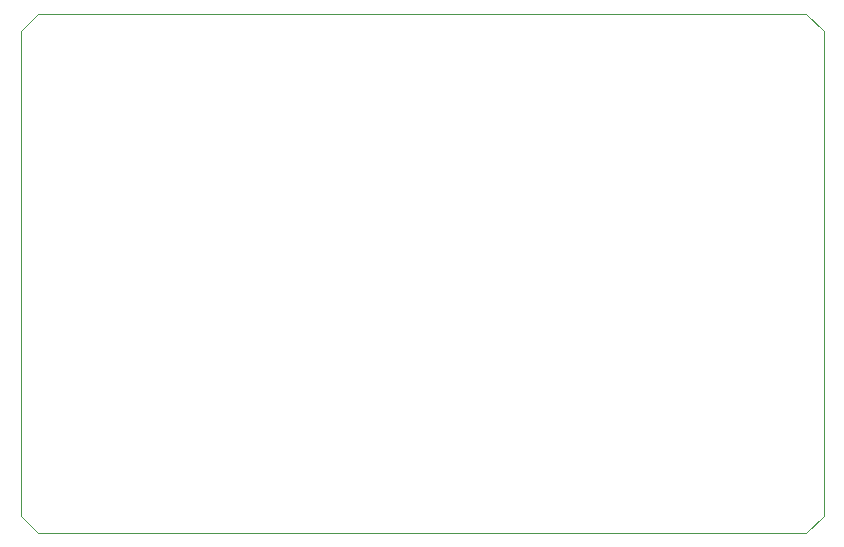
<source format=gm1>
G04 #@! TF.FileFunction,Profile,NP*
%FSLAX46Y46*%
G04 Gerber Fmt 4.6, Leading zero omitted, Abs format (unit mm)*
G04 Created by KiCad (PCBNEW (2015-07-11 BZR 5925, Git c291b88)-product) date 9/9/2015 4:31:28 PM*
%MOMM*%
G01*
G04 APERTURE LIST*
%ADD10C,0.100000*%
G04 APERTURE END LIST*
D10*
X108000000Y-153500000D02*
X108000000Y-112500000D01*
X40000000Y-112500000D02*
X40000000Y-153500000D01*
X106500000Y-111000000D02*
X41500000Y-111000000D01*
X108000000Y-112500000D02*
X106500000Y-111000000D01*
X40000000Y-112500000D02*
X41500000Y-111000000D01*
X41500000Y-155000000D02*
X40000000Y-153500000D01*
X106500000Y-155000000D02*
X41500000Y-155000000D01*
X108000000Y-153500000D02*
X106500000Y-155000000D01*
M02*

</source>
